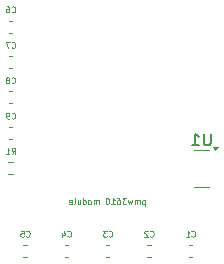
<source format=gbr>
G04 #@! TF.GenerationSoftware,KiCad,Pcbnew,8.0.7*
G04 #@! TF.CreationDate,2025-02-22T11:32:46+09:00*
G04 #@! TF.ProjectId,pmw3610_breakout_for_roBa,706d7733-3631-4305-9f62-7265616b6f75,rev?*
G04 #@! TF.SameCoordinates,Original*
G04 #@! TF.FileFunction,Legend,Bot*
G04 #@! TF.FilePolarity,Positive*
%FSLAX46Y46*%
G04 Gerber Fmt 4.6, Leading zero omitted, Abs format (unit mm)*
G04 Created by KiCad (PCBNEW 8.0.7) date 2025-02-22 11:32:46*
%MOMM*%
%LPD*%
G01*
G04 APERTURE LIST*
%ADD10C,0.100000*%
%ADD11C,0.062500*%
%ADD12C,0.150000*%
%ADD13C,0.120000*%
G04 APERTURE END LIST*
D10*
X139202380Y-96700276D02*
X139202380Y-97200276D01*
X139202380Y-96724085D02*
X139154761Y-96700276D01*
X139154761Y-96700276D02*
X139059523Y-96700276D01*
X139059523Y-96700276D02*
X139011904Y-96724085D01*
X139011904Y-96724085D02*
X138988094Y-96747895D01*
X138988094Y-96747895D02*
X138964285Y-96795514D01*
X138964285Y-96795514D02*
X138964285Y-96938371D01*
X138964285Y-96938371D02*
X138988094Y-96985990D01*
X138988094Y-96985990D02*
X139011904Y-97009800D01*
X139011904Y-97009800D02*
X139059523Y-97033609D01*
X139059523Y-97033609D02*
X139154761Y-97033609D01*
X139154761Y-97033609D02*
X139202380Y-97009800D01*
X138749999Y-97033609D02*
X138749999Y-96700276D01*
X138749999Y-96747895D02*
X138726189Y-96724085D01*
X138726189Y-96724085D02*
X138678570Y-96700276D01*
X138678570Y-96700276D02*
X138607142Y-96700276D01*
X138607142Y-96700276D02*
X138559523Y-96724085D01*
X138559523Y-96724085D02*
X138535713Y-96771704D01*
X138535713Y-96771704D02*
X138535713Y-97033609D01*
X138535713Y-96771704D02*
X138511904Y-96724085D01*
X138511904Y-96724085D02*
X138464285Y-96700276D01*
X138464285Y-96700276D02*
X138392856Y-96700276D01*
X138392856Y-96700276D02*
X138345237Y-96724085D01*
X138345237Y-96724085D02*
X138321427Y-96771704D01*
X138321427Y-96771704D02*
X138321427Y-97033609D01*
X138130951Y-96700276D02*
X138035713Y-97033609D01*
X138035713Y-97033609D02*
X137940475Y-96795514D01*
X137940475Y-96795514D02*
X137845237Y-97033609D01*
X137845237Y-97033609D02*
X137749999Y-96700276D01*
X137607141Y-96533609D02*
X137297617Y-96533609D01*
X137297617Y-96533609D02*
X137464284Y-96724085D01*
X137464284Y-96724085D02*
X137392855Y-96724085D01*
X137392855Y-96724085D02*
X137345236Y-96747895D01*
X137345236Y-96747895D02*
X137321427Y-96771704D01*
X137321427Y-96771704D02*
X137297617Y-96819323D01*
X137297617Y-96819323D02*
X137297617Y-96938371D01*
X137297617Y-96938371D02*
X137321427Y-96985990D01*
X137321427Y-96985990D02*
X137345236Y-97009800D01*
X137345236Y-97009800D02*
X137392855Y-97033609D01*
X137392855Y-97033609D02*
X137535712Y-97033609D01*
X137535712Y-97033609D02*
X137583331Y-97009800D01*
X137583331Y-97009800D02*
X137607141Y-96985990D01*
X136869046Y-96533609D02*
X136964284Y-96533609D01*
X136964284Y-96533609D02*
X137011903Y-96557419D01*
X137011903Y-96557419D02*
X137035713Y-96581228D01*
X137035713Y-96581228D02*
X137083332Y-96652657D01*
X137083332Y-96652657D02*
X137107141Y-96747895D01*
X137107141Y-96747895D02*
X137107141Y-96938371D01*
X137107141Y-96938371D02*
X137083332Y-96985990D01*
X137083332Y-96985990D02*
X137059522Y-97009800D01*
X137059522Y-97009800D02*
X137011903Y-97033609D01*
X137011903Y-97033609D02*
X136916665Y-97033609D01*
X136916665Y-97033609D02*
X136869046Y-97009800D01*
X136869046Y-97009800D02*
X136845237Y-96985990D01*
X136845237Y-96985990D02*
X136821427Y-96938371D01*
X136821427Y-96938371D02*
X136821427Y-96819323D01*
X136821427Y-96819323D02*
X136845237Y-96771704D01*
X136845237Y-96771704D02*
X136869046Y-96747895D01*
X136869046Y-96747895D02*
X136916665Y-96724085D01*
X136916665Y-96724085D02*
X137011903Y-96724085D01*
X137011903Y-96724085D02*
X137059522Y-96747895D01*
X137059522Y-96747895D02*
X137083332Y-96771704D01*
X137083332Y-96771704D02*
X137107141Y-96819323D01*
X136345237Y-97033609D02*
X136630951Y-97033609D01*
X136488094Y-97033609D02*
X136488094Y-96533609D01*
X136488094Y-96533609D02*
X136535713Y-96605038D01*
X136535713Y-96605038D02*
X136583332Y-96652657D01*
X136583332Y-96652657D02*
X136630951Y-96676466D01*
X136035714Y-96533609D02*
X135988095Y-96533609D01*
X135988095Y-96533609D02*
X135940476Y-96557419D01*
X135940476Y-96557419D02*
X135916666Y-96581228D01*
X135916666Y-96581228D02*
X135892857Y-96628847D01*
X135892857Y-96628847D02*
X135869047Y-96724085D01*
X135869047Y-96724085D02*
X135869047Y-96843133D01*
X135869047Y-96843133D02*
X135892857Y-96938371D01*
X135892857Y-96938371D02*
X135916666Y-96985990D01*
X135916666Y-96985990D02*
X135940476Y-97009800D01*
X135940476Y-97009800D02*
X135988095Y-97033609D01*
X135988095Y-97033609D02*
X136035714Y-97033609D01*
X136035714Y-97033609D02*
X136083333Y-97009800D01*
X136083333Y-97009800D02*
X136107142Y-96985990D01*
X136107142Y-96985990D02*
X136130952Y-96938371D01*
X136130952Y-96938371D02*
X136154761Y-96843133D01*
X136154761Y-96843133D02*
X136154761Y-96724085D01*
X136154761Y-96724085D02*
X136130952Y-96628847D01*
X136130952Y-96628847D02*
X136107142Y-96581228D01*
X136107142Y-96581228D02*
X136083333Y-96557419D01*
X136083333Y-96557419D02*
X136035714Y-96533609D01*
X135273810Y-97033609D02*
X135273810Y-96700276D01*
X135273810Y-96747895D02*
X135250000Y-96724085D01*
X135250000Y-96724085D02*
X135202381Y-96700276D01*
X135202381Y-96700276D02*
X135130953Y-96700276D01*
X135130953Y-96700276D02*
X135083334Y-96724085D01*
X135083334Y-96724085D02*
X135059524Y-96771704D01*
X135059524Y-96771704D02*
X135059524Y-97033609D01*
X135059524Y-96771704D02*
X135035715Y-96724085D01*
X135035715Y-96724085D02*
X134988096Y-96700276D01*
X134988096Y-96700276D02*
X134916667Y-96700276D01*
X134916667Y-96700276D02*
X134869048Y-96724085D01*
X134869048Y-96724085D02*
X134845238Y-96771704D01*
X134845238Y-96771704D02*
X134845238Y-97033609D01*
X134535714Y-97033609D02*
X134583333Y-97009800D01*
X134583333Y-97009800D02*
X134607143Y-96985990D01*
X134607143Y-96985990D02*
X134630952Y-96938371D01*
X134630952Y-96938371D02*
X134630952Y-96795514D01*
X134630952Y-96795514D02*
X134607143Y-96747895D01*
X134607143Y-96747895D02*
X134583333Y-96724085D01*
X134583333Y-96724085D02*
X134535714Y-96700276D01*
X134535714Y-96700276D02*
X134464286Y-96700276D01*
X134464286Y-96700276D02*
X134416667Y-96724085D01*
X134416667Y-96724085D02*
X134392857Y-96747895D01*
X134392857Y-96747895D02*
X134369048Y-96795514D01*
X134369048Y-96795514D02*
X134369048Y-96938371D01*
X134369048Y-96938371D02*
X134392857Y-96985990D01*
X134392857Y-96985990D02*
X134416667Y-97009800D01*
X134416667Y-97009800D02*
X134464286Y-97033609D01*
X134464286Y-97033609D02*
X134535714Y-97033609D01*
X133940476Y-97033609D02*
X133940476Y-96533609D01*
X133940476Y-97009800D02*
X133988095Y-97033609D01*
X133988095Y-97033609D02*
X134083333Y-97033609D01*
X134083333Y-97033609D02*
X134130952Y-97009800D01*
X134130952Y-97009800D02*
X134154762Y-96985990D01*
X134154762Y-96985990D02*
X134178571Y-96938371D01*
X134178571Y-96938371D02*
X134178571Y-96795514D01*
X134178571Y-96795514D02*
X134154762Y-96747895D01*
X134154762Y-96747895D02*
X134130952Y-96724085D01*
X134130952Y-96724085D02*
X134083333Y-96700276D01*
X134083333Y-96700276D02*
X133988095Y-96700276D01*
X133988095Y-96700276D02*
X133940476Y-96724085D01*
X133488095Y-96700276D02*
X133488095Y-97033609D01*
X133702381Y-96700276D02*
X133702381Y-96962180D01*
X133702381Y-96962180D02*
X133678571Y-97009800D01*
X133678571Y-97009800D02*
X133630952Y-97033609D01*
X133630952Y-97033609D02*
X133559524Y-97033609D01*
X133559524Y-97033609D02*
X133511905Y-97009800D01*
X133511905Y-97009800D02*
X133488095Y-96985990D01*
X133178571Y-97033609D02*
X133226190Y-97009800D01*
X133226190Y-97009800D02*
X133250000Y-96962180D01*
X133250000Y-96962180D02*
X133250000Y-96533609D01*
X132797619Y-97009800D02*
X132845238Y-97033609D01*
X132845238Y-97033609D02*
X132940476Y-97033609D01*
X132940476Y-97033609D02*
X132988095Y-97009800D01*
X132988095Y-97009800D02*
X133011904Y-96962180D01*
X133011904Y-96962180D02*
X133011904Y-96771704D01*
X133011904Y-96771704D02*
X132988095Y-96724085D01*
X132988095Y-96724085D02*
X132940476Y-96700276D01*
X132940476Y-96700276D02*
X132845238Y-96700276D01*
X132845238Y-96700276D02*
X132797619Y-96724085D01*
X132797619Y-96724085D02*
X132773809Y-96771704D01*
X132773809Y-96771704D02*
X132773809Y-96819323D01*
X132773809Y-96819323D02*
X133011904Y-96866942D01*
D11*
X139633333Y-99750440D02*
X139657142Y-99774250D01*
X139657142Y-99774250D02*
X139728571Y-99798059D01*
X139728571Y-99798059D02*
X139776190Y-99798059D01*
X139776190Y-99798059D02*
X139847618Y-99774250D01*
X139847618Y-99774250D02*
X139895237Y-99726630D01*
X139895237Y-99726630D02*
X139919047Y-99679011D01*
X139919047Y-99679011D02*
X139942856Y-99583773D01*
X139942856Y-99583773D02*
X139942856Y-99512345D01*
X139942856Y-99512345D02*
X139919047Y-99417107D01*
X139919047Y-99417107D02*
X139895237Y-99369488D01*
X139895237Y-99369488D02*
X139847618Y-99321869D01*
X139847618Y-99321869D02*
X139776190Y-99298059D01*
X139776190Y-99298059D02*
X139728571Y-99298059D01*
X139728571Y-99298059D02*
X139657142Y-99321869D01*
X139657142Y-99321869D02*
X139633333Y-99345678D01*
X139442856Y-99345678D02*
X139419047Y-99321869D01*
X139419047Y-99321869D02*
X139371428Y-99298059D01*
X139371428Y-99298059D02*
X139252380Y-99298059D01*
X139252380Y-99298059D02*
X139204761Y-99321869D01*
X139204761Y-99321869D02*
X139180952Y-99345678D01*
X139180952Y-99345678D02*
X139157142Y-99393297D01*
X139157142Y-99393297D02*
X139157142Y-99440916D01*
X139157142Y-99440916D02*
X139180952Y-99512345D01*
X139180952Y-99512345D02*
X139466666Y-99798059D01*
X139466666Y-99798059D02*
X139157142Y-99798059D01*
X127908333Y-83750440D02*
X127932142Y-83774250D01*
X127932142Y-83774250D02*
X128003571Y-83798059D01*
X128003571Y-83798059D02*
X128051190Y-83798059D01*
X128051190Y-83798059D02*
X128122618Y-83774250D01*
X128122618Y-83774250D02*
X128170237Y-83726630D01*
X128170237Y-83726630D02*
X128194047Y-83679011D01*
X128194047Y-83679011D02*
X128217856Y-83583773D01*
X128217856Y-83583773D02*
X128217856Y-83512345D01*
X128217856Y-83512345D02*
X128194047Y-83417107D01*
X128194047Y-83417107D02*
X128170237Y-83369488D01*
X128170237Y-83369488D02*
X128122618Y-83321869D01*
X128122618Y-83321869D02*
X128051190Y-83298059D01*
X128051190Y-83298059D02*
X128003571Y-83298059D01*
X128003571Y-83298059D02*
X127932142Y-83321869D01*
X127932142Y-83321869D02*
X127908333Y-83345678D01*
X127741666Y-83298059D02*
X127408333Y-83298059D01*
X127408333Y-83298059D02*
X127622618Y-83798059D01*
X129133333Y-99750440D02*
X129157142Y-99774250D01*
X129157142Y-99774250D02*
X129228571Y-99798059D01*
X129228571Y-99798059D02*
X129276190Y-99798059D01*
X129276190Y-99798059D02*
X129347618Y-99774250D01*
X129347618Y-99774250D02*
X129395237Y-99726630D01*
X129395237Y-99726630D02*
X129419047Y-99679011D01*
X129419047Y-99679011D02*
X129442856Y-99583773D01*
X129442856Y-99583773D02*
X129442856Y-99512345D01*
X129442856Y-99512345D02*
X129419047Y-99417107D01*
X129419047Y-99417107D02*
X129395237Y-99369488D01*
X129395237Y-99369488D02*
X129347618Y-99321869D01*
X129347618Y-99321869D02*
X129276190Y-99298059D01*
X129276190Y-99298059D02*
X129228571Y-99298059D01*
X129228571Y-99298059D02*
X129157142Y-99321869D01*
X129157142Y-99321869D02*
X129133333Y-99345678D01*
X128680952Y-99298059D02*
X128919047Y-99298059D01*
X128919047Y-99298059D02*
X128942856Y-99536154D01*
X128942856Y-99536154D02*
X128919047Y-99512345D01*
X128919047Y-99512345D02*
X128871428Y-99488535D01*
X128871428Y-99488535D02*
X128752380Y-99488535D01*
X128752380Y-99488535D02*
X128704761Y-99512345D01*
X128704761Y-99512345D02*
X128680952Y-99536154D01*
X128680952Y-99536154D02*
X128657142Y-99583773D01*
X128657142Y-99583773D02*
X128657142Y-99702821D01*
X128657142Y-99702821D02*
X128680952Y-99750440D01*
X128680952Y-99750440D02*
X128704761Y-99774250D01*
X128704761Y-99774250D02*
X128752380Y-99798059D01*
X128752380Y-99798059D02*
X128871428Y-99798059D01*
X128871428Y-99798059D02*
X128919047Y-99774250D01*
X128919047Y-99774250D02*
X128942856Y-99750440D01*
X143133333Y-99750440D02*
X143157142Y-99774250D01*
X143157142Y-99774250D02*
X143228571Y-99798059D01*
X143228571Y-99798059D02*
X143276190Y-99798059D01*
X143276190Y-99798059D02*
X143347618Y-99774250D01*
X143347618Y-99774250D02*
X143395237Y-99726630D01*
X143395237Y-99726630D02*
X143419047Y-99679011D01*
X143419047Y-99679011D02*
X143442856Y-99583773D01*
X143442856Y-99583773D02*
X143442856Y-99512345D01*
X143442856Y-99512345D02*
X143419047Y-99417107D01*
X143419047Y-99417107D02*
X143395237Y-99369488D01*
X143395237Y-99369488D02*
X143347618Y-99321869D01*
X143347618Y-99321869D02*
X143276190Y-99298059D01*
X143276190Y-99298059D02*
X143228571Y-99298059D01*
X143228571Y-99298059D02*
X143157142Y-99321869D01*
X143157142Y-99321869D02*
X143133333Y-99345678D01*
X142657142Y-99798059D02*
X142942856Y-99798059D01*
X142799999Y-99798059D02*
X142799999Y-99298059D01*
X142799999Y-99298059D02*
X142847618Y-99369488D01*
X142847618Y-99369488D02*
X142895237Y-99417107D01*
X142895237Y-99417107D02*
X142942856Y-99440916D01*
X127908333Y-89750440D02*
X127932142Y-89774250D01*
X127932142Y-89774250D02*
X128003571Y-89798059D01*
X128003571Y-89798059D02*
X128051190Y-89798059D01*
X128051190Y-89798059D02*
X128122618Y-89774250D01*
X128122618Y-89774250D02*
X128170237Y-89726630D01*
X128170237Y-89726630D02*
X128194047Y-89679011D01*
X128194047Y-89679011D02*
X128217856Y-89583773D01*
X128217856Y-89583773D02*
X128217856Y-89512345D01*
X128217856Y-89512345D02*
X128194047Y-89417107D01*
X128194047Y-89417107D02*
X128170237Y-89369488D01*
X128170237Y-89369488D02*
X128122618Y-89321869D01*
X128122618Y-89321869D02*
X128051190Y-89298059D01*
X128051190Y-89298059D02*
X128003571Y-89298059D01*
X128003571Y-89298059D02*
X127932142Y-89321869D01*
X127932142Y-89321869D02*
X127908333Y-89345678D01*
X127670237Y-89798059D02*
X127574999Y-89798059D01*
X127574999Y-89798059D02*
X127527380Y-89774250D01*
X127527380Y-89774250D02*
X127503571Y-89750440D01*
X127503571Y-89750440D02*
X127455952Y-89679011D01*
X127455952Y-89679011D02*
X127432142Y-89583773D01*
X127432142Y-89583773D02*
X127432142Y-89393297D01*
X127432142Y-89393297D02*
X127455952Y-89345678D01*
X127455952Y-89345678D02*
X127479761Y-89321869D01*
X127479761Y-89321869D02*
X127527380Y-89298059D01*
X127527380Y-89298059D02*
X127622618Y-89298059D01*
X127622618Y-89298059D02*
X127670237Y-89321869D01*
X127670237Y-89321869D02*
X127694047Y-89345678D01*
X127694047Y-89345678D02*
X127717856Y-89393297D01*
X127717856Y-89393297D02*
X127717856Y-89512345D01*
X127717856Y-89512345D02*
X127694047Y-89559964D01*
X127694047Y-89559964D02*
X127670237Y-89583773D01*
X127670237Y-89583773D02*
X127622618Y-89607583D01*
X127622618Y-89607583D02*
X127527380Y-89607583D01*
X127527380Y-89607583D02*
X127479761Y-89583773D01*
X127479761Y-89583773D02*
X127455952Y-89559964D01*
X127455952Y-89559964D02*
X127432142Y-89512345D01*
D12*
X144761904Y-91054819D02*
X144761904Y-91864342D01*
X144761904Y-91864342D02*
X144714285Y-91959580D01*
X144714285Y-91959580D02*
X144666666Y-92007200D01*
X144666666Y-92007200D02*
X144571428Y-92054819D01*
X144571428Y-92054819D02*
X144380952Y-92054819D01*
X144380952Y-92054819D02*
X144285714Y-92007200D01*
X144285714Y-92007200D02*
X144238095Y-91959580D01*
X144238095Y-91959580D02*
X144190476Y-91864342D01*
X144190476Y-91864342D02*
X144190476Y-91054819D01*
X143190476Y-92054819D02*
X143761904Y-92054819D01*
X143476190Y-92054819D02*
X143476190Y-91054819D01*
X143476190Y-91054819D02*
X143571428Y-91197676D01*
X143571428Y-91197676D02*
X143666666Y-91292914D01*
X143666666Y-91292914D02*
X143761904Y-91340533D01*
D11*
X127908333Y-86750440D02*
X127932142Y-86774250D01*
X127932142Y-86774250D02*
X128003571Y-86798059D01*
X128003571Y-86798059D02*
X128051190Y-86798059D01*
X128051190Y-86798059D02*
X128122618Y-86774250D01*
X128122618Y-86774250D02*
X128170237Y-86726630D01*
X128170237Y-86726630D02*
X128194047Y-86679011D01*
X128194047Y-86679011D02*
X128217856Y-86583773D01*
X128217856Y-86583773D02*
X128217856Y-86512345D01*
X128217856Y-86512345D02*
X128194047Y-86417107D01*
X128194047Y-86417107D02*
X128170237Y-86369488D01*
X128170237Y-86369488D02*
X128122618Y-86321869D01*
X128122618Y-86321869D02*
X128051190Y-86298059D01*
X128051190Y-86298059D02*
X128003571Y-86298059D01*
X128003571Y-86298059D02*
X127932142Y-86321869D01*
X127932142Y-86321869D02*
X127908333Y-86345678D01*
X127622618Y-86512345D02*
X127670237Y-86488535D01*
X127670237Y-86488535D02*
X127694047Y-86464726D01*
X127694047Y-86464726D02*
X127717856Y-86417107D01*
X127717856Y-86417107D02*
X127717856Y-86393297D01*
X127717856Y-86393297D02*
X127694047Y-86345678D01*
X127694047Y-86345678D02*
X127670237Y-86321869D01*
X127670237Y-86321869D02*
X127622618Y-86298059D01*
X127622618Y-86298059D02*
X127527380Y-86298059D01*
X127527380Y-86298059D02*
X127479761Y-86321869D01*
X127479761Y-86321869D02*
X127455952Y-86345678D01*
X127455952Y-86345678D02*
X127432142Y-86393297D01*
X127432142Y-86393297D02*
X127432142Y-86417107D01*
X127432142Y-86417107D02*
X127455952Y-86464726D01*
X127455952Y-86464726D02*
X127479761Y-86488535D01*
X127479761Y-86488535D02*
X127527380Y-86512345D01*
X127527380Y-86512345D02*
X127622618Y-86512345D01*
X127622618Y-86512345D02*
X127670237Y-86536154D01*
X127670237Y-86536154D02*
X127694047Y-86559964D01*
X127694047Y-86559964D02*
X127717856Y-86607583D01*
X127717856Y-86607583D02*
X127717856Y-86702821D01*
X127717856Y-86702821D02*
X127694047Y-86750440D01*
X127694047Y-86750440D02*
X127670237Y-86774250D01*
X127670237Y-86774250D02*
X127622618Y-86798059D01*
X127622618Y-86798059D02*
X127527380Y-86798059D01*
X127527380Y-86798059D02*
X127479761Y-86774250D01*
X127479761Y-86774250D02*
X127455952Y-86750440D01*
X127455952Y-86750440D02*
X127432142Y-86702821D01*
X127432142Y-86702821D02*
X127432142Y-86607583D01*
X127432142Y-86607583D02*
X127455952Y-86559964D01*
X127455952Y-86559964D02*
X127479761Y-86536154D01*
X127479761Y-86536154D02*
X127527380Y-86512345D01*
X127908333Y-80750440D02*
X127932142Y-80774250D01*
X127932142Y-80774250D02*
X128003571Y-80798059D01*
X128003571Y-80798059D02*
X128051190Y-80798059D01*
X128051190Y-80798059D02*
X128122618Y-80774250D01*
X128122618Y-80774250D02*
X128170237Y-80726630D01*
X128170237Y-80726630D02*
X128194047Y-80679011D01*
X128194047Y-80679011D02*
X128217856Y-80583773D01*
X128217856Y-80583773D02*
X128217856Y-80512345D01*
X128217856Y-80512345D02*
X128194047Y-80417107D01*
X128194047Y-80417107D02*
X128170237Y-80369488D01*
X128170237Y-80369488D02*
X128122618Y-80321869D01*
X128122618Y-80321869D02*
X128051190Y-80298059D01*
X128051190Y-80298059D02*
X128003571Y-80298059D01*
X128003571Y-80298059D02*
X127932142Y-80321869D01*
X127932142Y-80321869D02*
X127908333Y-80345678D01*
X127479761Y-80298059D02*
X127574999Y-80298059D01*
X127574999Y-80298059D02*
X127622618Y-80321869D01*
X127622618Y-80321869D02*
X127646428Y-80345678D01*
X127646428Y-80345678D02*
X127694047Y-80417107D01*
X127694047Y-80417107D02*
X127717856Y-80512345D01*
X127717856Y-80512345D02*
X127717856Y-80702821D01*
X127717856Y-80702821D02*
X127694047Y-80750440D01*
X127694047Y-80750440D02*
X127670237Y-80774250D01*
X127670237Y-80774250D02*
X127622618Y-80798059D01*
X127622618Y-80798059D02*
X127527380Y-80798059D01*
X127527380Y-80798059D02*
X127479761Y-80774250D01*
X127479761Y-80774250D02*
X127455952Y-80750440D01*
X127455952Y-80750440D02*
X127432142Y-80702821D01*
X127432142Y-80702821D02*
X127432142Y-80583773D01*
X127432142Y-80583773D02*
X127455952Y-80536154D01*
X127455952Y-80536154D02*
X127479761Y-80512345D01*
X127479761Y-80512345D02*
X127527380Y-80488535D01*
X127527380Y-80488535D02*
X127622618Y-80488535D01*
X127622618Y-80488535D02*
X127670237Y-80512345D01*
X127670237Y-80512345D02*
X127694047Y-80536154D01*
X127694047Y-80536154D02*
X127717856Y-80583773D01*
X132633333Y-99750440D02*
X132657142Y-99774250D01*
X132657142Y-99774250D02*
X132728571Y-99798059D01*
X132728571Y-99798059D02*
X132776190Y-99798059D01*
X132776190Y-99798059D02*
X132847618Y-99774250D01*
X132847618Y-99774250D02*
X132895237Y-99726630D01*
X132895237Y-99726630D02*
X132919047Y-99679011D01*
X132919047Y-99679011D02*
X132942856Y-99583773D01*
X132942856Y-99583773D02*
X132942856Y-99512345D01*
X132942856Y-99512345D02*
X132919047Y-99417107D01*
X132919047Y-99417107D02*
X132895237Y-99369488D01*
X132895237Y-99369488D02*
X132847618Y-99321869D01*
X132847618Y-99321869D02*
X132776190Y-99298059D01*
X132776190Y-99298059D02*
X132728571Y-99298059D01*
X132728571Y-99298059D02*
X132657142Y-99321869D01*
X132657142Y-99321869D02*
X132633333Y-99345678D01*
X132204761Y-99464726D02*
X132204761Y-99798059D01*
X132323809Y-99274250D02*
X132442856Y-99631392D01*
X132442856Y-99631392D02*
X132133333Y-99631392D01*
X136133333Y-99750440D02*
X136157142Y-99774250D01*
X136157142Y-99774250D02*
X136228571Y-99798059D01*
X136228571Y-99798059D02*
X136276190Y-99798059D01*
X136276190Y-99798059D02*
X136347618Y-99774250D01*
X136347618Y-99774250D02*
X136395237Y-99726630D01*
X136395237Y-99726630D02*
X136419047Y-99679011D01*
X136419047Y-99679011D02*
X136442856Y-99583773D01*
X136442856Y-99583773D02*
X136442856Y-99512345D01*
X136442856Y-99512345D02*
X136419047Y-99417107D01*
X136419047Y-99417107D02*
X136395237Y-99369488D01*
X136395237Y-99369488D02*
X136347618Y-99321869D01*
X136347618Y-99321869D02*
X136276190Y-99298059D01*
X136276190Y-99298059D02*
X136228571Y-99298059D01*
X136228571Y-99298059D02*
X136157142Y-99321869D01*
X136157142Y-99321869D02*
X136133333Y-99345678D01*
X135966666Y-99298059D02*
X135657142Y-99298059D01*
X135657142Y-99298059D02*
X135823809Y-99488535D01*
X135823809Y-99488535D02*
X135752380Y-99488535D01*
X135752380Y-99488535D02*
X135704761Y-99512345D01*
X135704761Y-99512345D02*
X135680952Y-99536154D01*
X135680952Y-99536154D02*
X135657142Y-99583773D01*
X135657142Y-99583773D02*
X135657142Y-99702821D01*
X135657142Y-99702821D02*
X135680952Y-99750440D01*
X135680952Y-99750440D02*
X135704761Y-99774250D01*
X135704761Y-99774250D02*
X135752380Y-99798059D01*
X135752380Y-99798059D02*
X135895237Y-99798059D01*
X135895237Y-99798059D02*
X135942856Y-99774250D01*
X135942856Y-99774250D02*
X135966666Y-99750440D01*
X127908333Y-92798059D02*
X128074999Y-92559964D01*
X128194047Y-92798059D02*
X128194047Y-92298059D01*
X128194047Y-92298059D02*
X128003571Y-92298059D01*
X128003571Y-92298059D02*
X127955952Y-92321869D01*
X127955952Y-92321869D02*
X127932142Y-92345678D01*
X127932142Y-92345678D02*
X127908333Y-92393297D01*
X127908333Y-92393297D02*
X127908333Y-92464726D01*
X127908333Y-92464726D02*
X127932142Y-92512345D01*
X127932142Y-92512345D02*
X127955952Y-92536154D01*
X127955952Y-92536154D02*
X128003571Y-92559964D01*
X128003571Y-92559964D02*
X128194047Y-92559964D01*
X127432142Y-92798059D02*
X127717856Y-92798059D01*
X127574999Y-92798059D02*
X127574999Y-92298059D01*
X127574999Y-92298059D02*
X127622618Y-92369488D01*
X127622618Y-92369488D02*
X127670237Y-92417107D01*
X127670237Y-92417107D02*
X127717856Y-92440916D01*
D13*
X139409420Y-100490000D02*
X139690580Y-100490000D01*
X139409420Y-101510000D02*
X139690580Y-101510000D01*
X127684420Y-84490000D02*
X127965580Y-84490000D01*
X127684420Y-85510000D02*
X127965580Y-85510000D01*
X128909420Y-100490000D02*
X129190580Y-100490000D01*
X128909420Y-101510000D02*
X129190580Y-101510000D01*
X142909420Y-100490000D02*
X143190580Y-100490000D01*
X142909420Y-101510000D02*
X143190580Y-101510000D01*
X127684420Y-90490000D02*
X127965580Y-90490000D01*
X127684420Y-91510000D02*
X127965580Y-91510000D01*
X143350000Y-92440000D02*
X144000000Y-92440000D01*
X143350000Y-95560000D02*
X144000000Y-95560000D01*
X144650000Y-92440000D02*
X144000000Y-92440000D01*
X144650000Y-95560000D02*
X144000000Y-95560000D01*
X145162500Y-92490000D02*
X144922500Y-92160000D01*
X145402500Y-92160000D01*
X145162500Y-92490000D01*
G36*
X145162500Y-92490000D02*
G01*
X144922500Y-92160000D01*
X145402500Y-92160000D01*
X145162500Y-92490000D01*
G37*
X127684420Y-87490000D02*
X127965580Y-87490000D01*
X127684420Y-88510000D02*
X127965580Y-88510000D01*
X127684420Y-81490000D02*
X127965580Y-81490000D01*
X127684420Y-82510000D02*
X127965580Y-82510000D01*
X132409420Y-100490000D02*
X132690580Y-100490000D01*
X132409420Y-101510000D02*
X132690580Y-101510000D01*
X135909420Y-100490000D02*
X136190580Y-100490000D01*
X135909420Y-101510000D02*
X136190580Y-101510000D01*
X127587742Y-93477500D02*
X128062258Y-93477500D01*
X127587742Y-94522500D02*
X128062258Y-94522500D01*
M02*

</source>
